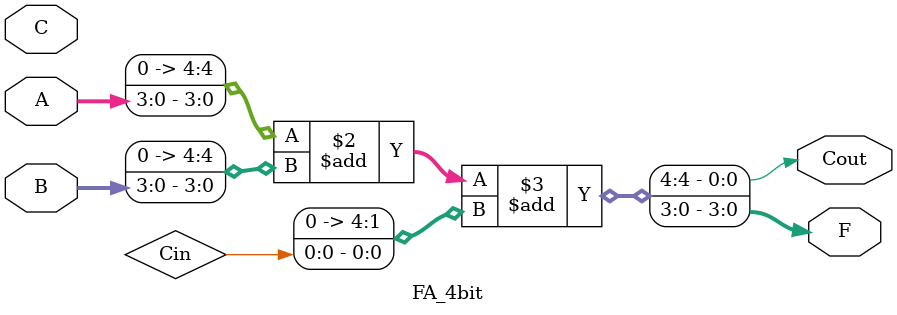
<source format=v>
`timescale 1ns / 1ps
module FA_4bit(A,B,C,F,Cout);
input [3:0]A,B;
input C;
output reg [3:0]F;
output reg Cout;

always@(*)
begin
{Cout,F} = {1'b0,A}+{1'b0,B}+{4'b0000,Cin};
end


endmodule

</source>
